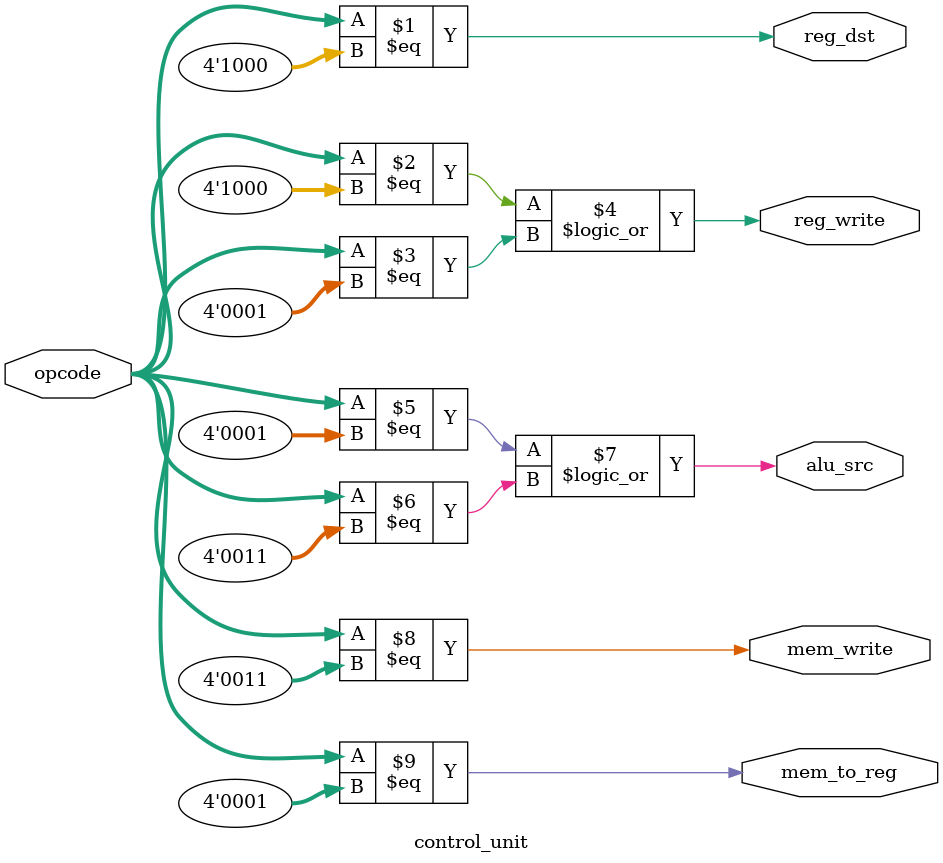
<source format=v>

module control_unit(
    input[3:0] opcode, 
    output reg_dst, 
    output reg_write, 
    output alu_src, 
    output mem_write, 
    output mem_to_reg
    );
    
    localparam OP_LOAD = 4'b0001;
    localparam OP_STORE = 4'b0011;
    localparam OP_ADD = 4'b1000;
    localparam OP_LOADBYTE = 4'b0010;
    
    assign reg_dst = (opcode == OP_ADD);
    assign reg_write = (opcode == OP_ADD || opcode == OP_LOAD);
    assign alu_src = (opcode == OP_LOAD || opcode == OP_STORE);
    assign mem_write = (opcode == OP_STORE);
    assign mem_to_reg = (opcode == OP_LOAD);
endmodule
</source>
